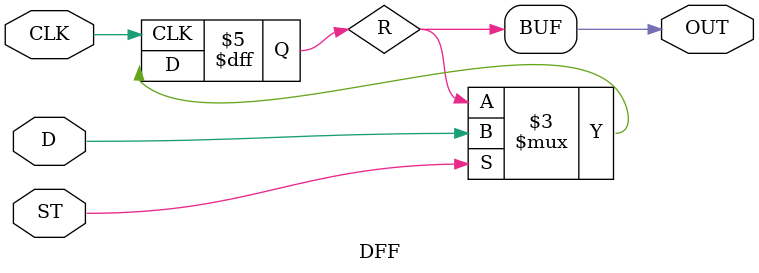
<source format=v>
module DFF(
	output OUT,
	input ST,
	input D,
	input CLK
);

reg R;
assign OUT = R;
initial R = 0;
always @(negedge CLK) begin
	if(ST) R <= D;
end


endmodule

</source>
